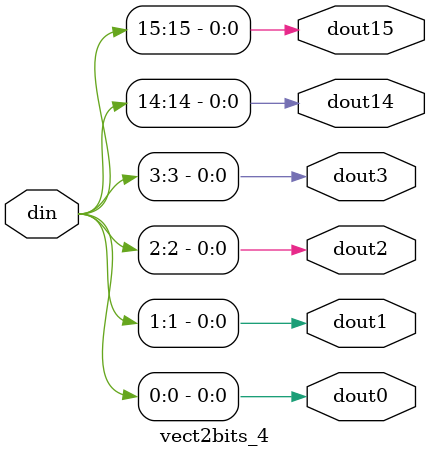
<source format=v>
`timescale 1ns / 1ps


module vect2bits_4(
    input [159:0] din,
    output dout0,
    output dout1,
    output dout2,
    output dout3,
    output dout14,
    output dout15
    );

	assign dout0 = din[0];
	assign dout1 = din[1];
	assign dout2 = din[2];
	assign dout3 = din[3];
	assign dout14 = din[14];
	assign dout15 = din[15];
endmodule

</source>
